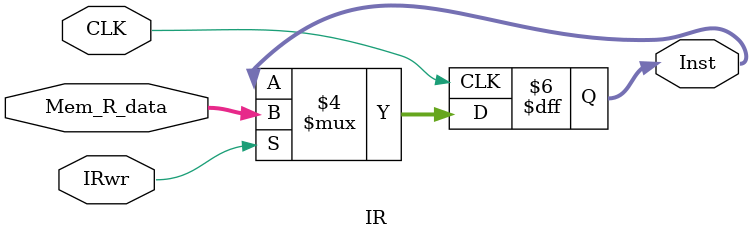
<source format=v>
`timescale 1ns / 1ps

module IR(
    input CLK,
    input [31:0] Mem_R_data,
    input IRwr,
    output reg [31:0] Inst
    );
    always @(negedge CLK)
    begin
        if(IRwr==1) Inst=Mem_R_data;
    end
endmodule

</source>
